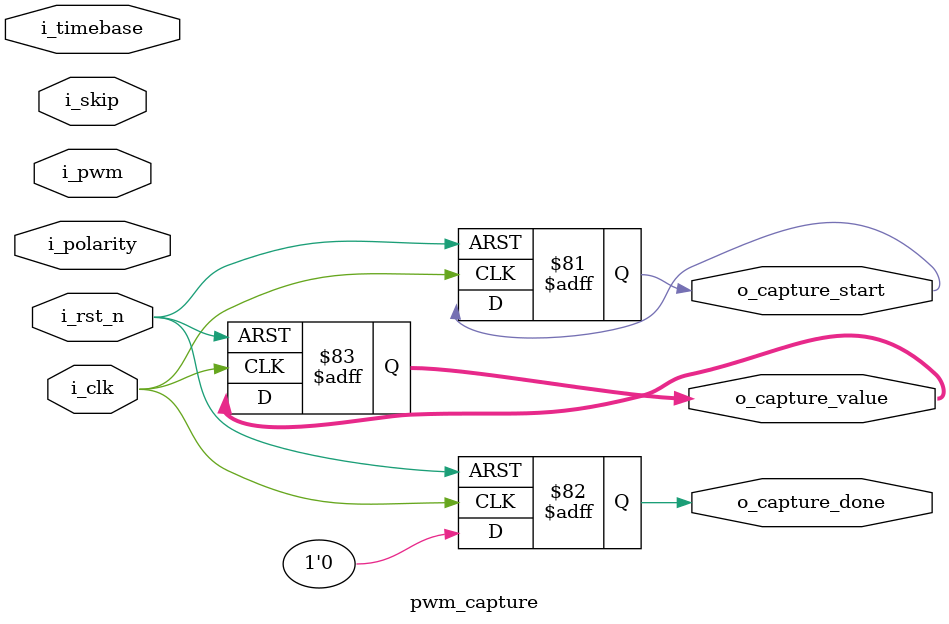
<source format=sv>
module pwm_capture #(parameter K_DWIDTH = 16) (
    input  logic                i_clk          , //! High-speed clock
    input  logic                i_rst_n        , //! Master reset
    input  logic                i_timebase     , //! Input counting pulse
    input  logic                i_pwm          , //! PWM to be measured
    input  logic                i_polarity     , //! PWM edge to start triggering on. 0 = rising edge
    input  logic [K_DWIDTH-1:0] i_skip         , //! Skip the first n clock cycles
    output logic                o_capture_start, //! Sync pulse of capture start
    output logic                o_capture_done , //! Signal that a capture is done and data is ready
    output logic [K_DWIDTH-1:0] o_capture_value  //! Captured value
);

    typedef enum logic[1:0] {WAITING, SKIPPING, COUNTING } capture_state_t;

    capture_state_t fsm_state     ;
    capture_state_t fsm_state_next;

    capture_state_t [1:0] transition;
    assign transition = {fsm_state,fsm_state_next};

    always_ff @(posedge i_clk or negedge i_rst_n) begin : p_seq_fsm_next
        if (~ i_rst_n ) begin
            fsm_state       <= WAITING;
            o_capture_start <= 0;
            o_capture_value <= 0;
            o_capture_done  <= 0;
        end else begin
            o_capture_done <= transition == {COUNTING,WAITING} & i_timebase;
            if (i_timebase) begin
                fsm_state <= fsm_state_next;
                if (transition == {SKIPPING,COUNTING}) begin
                    o_capture_value <= 0;
                    o_capture_start <= 1;
                end else if (transition == {COUNTING,COUNTING}) begin
                    o_capture_start <= 0;
                    if(~(&o_capture_value)) begin
                        o_capture_value <= o_capture_value +1;
                    end
                end else if (transition == {SKIPPING,SKIPPING}) begin
                    o_capture_start <= 0;
                    o_capture_value <= o_capture_value +1;
                end
            end

        end
    end

    always_comb begin : p_comb_fsm
        fsm_state_next = fsm_state;
        case (fsm_state)
            WAITING :
                begin
                    if (i_pwm ^ i_polarity) begin
                        fsm_state_next = SKIPPING;
                    end
                end
            SKIPPING :
                begin
                    if (~i_pwm ^ i_polarity) begin
                        fsm_state_next = WAITING;
                    end else if ((&o_capture_value) | o_capture_value == i_skip) begin
                        fsm_state_next = COUNTING;
                    end
                end
            COUNTING :
                begin
                    if (~i_pwm ^ i_polarity) begin
                        fsm_state_next = WAITING;
                    end
                end
            default :
                begin
                    fsm_state_next = WAITING;
                end
        endcase
    end

endmodule

</source>
